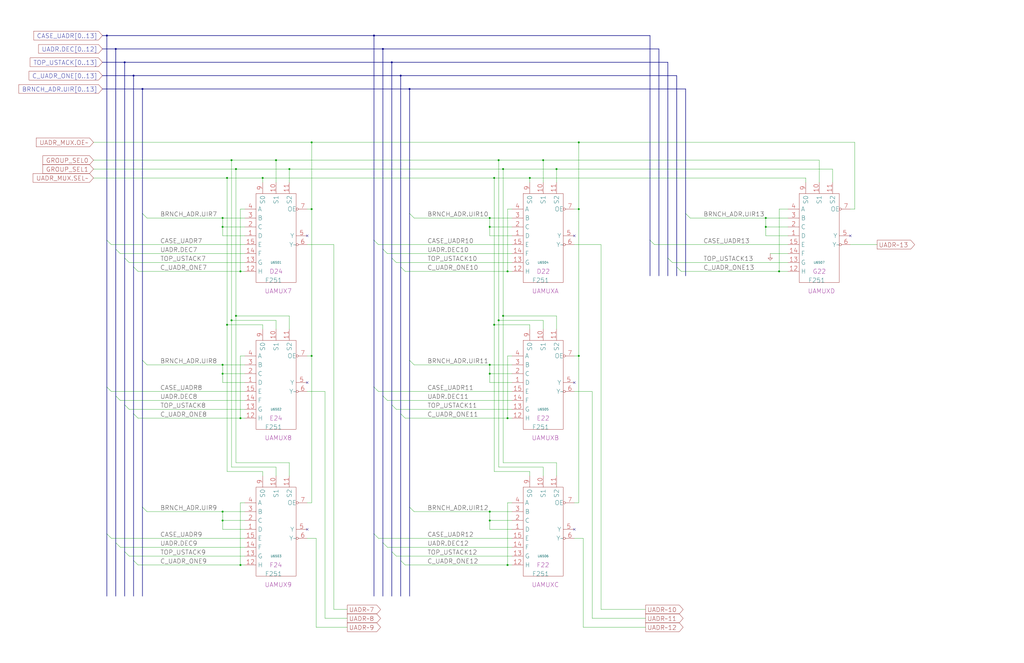
<source format=kicad_sch>
(kicad_sch (version 20211123) (generator eeschema)
  (paper "User" 584.2 378.46)
  (title_block (title "UADR MUX - BITS (7:15)") (date "22-MAY-90") (rev "1.0") (comment 1 "SEQUENCER") (comment 2 "232-003064") (comment 3 "S400") (comment 4 "RELEASED"))
  (lib_symbols
    (symbol "r1000:F251" (pin_names (offset 1.016))
      (property "Reference" "U" (at 2.54 5.08 0))
      (property "Value" "F251" (at -3.81 -5.08 0))
      (property "Location" "___" (at -1.27 0 0))
      (property "Name" "______" (at 3.81 -12.7 0))
      (symbol "F251_1_1"
        (rectangle (start -8.89 44.45) (end 13.97 -6.35))
        (circle (center 14.605 15.24) (radius 0.635))
        (circle (center 14.605 35.56) (radius 0.635))
        (pin input line (at -15.24 20.32 0) (length 6.35) (name "D") (number "1"))
        (pin input line (at 2.54 50.8 270) (length 6.35) (name "S1") (number "10"))
        (pin input line (at 10.16 50.8 270) (length 6.35) (name "S2") (number "11"))
        (pin input line (at -15.24 0 0) (length 6.35) (name "H") (number "12"))
        (pin input line (at -15.24 5.08 0) (length 6.35) (name "G") (number "13"))
        (pin input line (at -15.24 10.16 0) (length 6.35) (name "F") (number "14"))
        (pin input line (at -15.24 15.24 0) (length 6.35) (name "E") (number "15"))
        (pin input line (at -15.24 25.4 0) (length 6.35) (name "C") (number "2"))
        (pin input line (at -15.24 30.48 0) (length 6.35) (name "B") (number "3"))
        (pin input line (at -15.24 35.56 0) (length 6.35) (name "A") (number "4"))
        (pin tri_state line (at 20.32 20.32 180) (length 6.35) (name "Y") (number "5"))
        (pin tri_state line (at 20.32 15.24 180) (length 5.08) (name "Y~") (number "6"))
        (pin input line (at 20.32 35.56 180) (length 5.08) (name "OE") (number "7"))
        (pin input line (at -5.08 50.8 270) (length 6.35) (name "S0") (number "9"))
      )
    )
    (symbol "r1000:PD" (power) (pin_numbers hide) (pin_names hide) (in_bom no)
      (symbol "PD_0_1"
        (polyline (pts (xy 0 -2.54) (xy 1.27 -2.54) (xy 0 -3.81) (xy -1.27 -2.54) (xy 0 -2.54)) (stroke (width 0.1524)))
      )
      (symbol "PD_1_1"
        (pin power_in line (at 0 0 270) (length 2.54) (name "PD") (number "1"))
      )
    )
  )
  (bus (pts (xy 213.36 137.16) (xy 213.36 220.98)))
  (bus (pts (xy 213.36 20.32) (xy 213.36 137.16)))
  (bus (pts (xy 213.36 20.32) (xy 370.84 20.32)))
  (bus (pts (xy 213.36 220.98) (xy 213.36 304.8)))
  (bus (pts (xy 213.36 304.8) (xy 213.36 340.36)))
  (bus (pts (xy 218.44 142.24) (xy 218.44 226.06)))
  (bus (pts (xy 218.44 226.06) (xy 218.44 309.88)))
  (bus (pts (xy 218.44 27.94) (xy 218.44 142.24)))
  (bus (pts (xy 218.44 27.94) (xy 375.92 27.94)))
  (bus (pts (xy 218.44 309.88) (xy 218.44 340.36)))
  (bus (pts (xy 223.52 147.32) (xy 223.52 231.14)))
  (bus (pts (xy 223.52 231.14) (xy 223.52 314.96)))
  (bus (pts (xy 223.52 314.96) (xy 223.52 340.36)))
  (bus (pts (xy 223.52 35.56) (xy 223.52 147.32)))
  (bus (pts (xy 223.52 35.56) (xy 381 35.56)))
  (bus (pts (xy 228.6 152.4) (xy 228.6 236.22)))
  (bus (pts (xy 228.6 236.22) (xy 228.6 320.04)))
  (bus (pts (xy 228.6 320.04) (xy 228.6 340.36)))
  (bus (pts (xy 228.6 43.18) (xy 228.6 152.4)))
  (bus (pts (xy 228.6 43.18) (xy 386.08 43.18)))
  (bus (pts (xy 233.68 121.92) (xy 233.68 205.74)))
  (bus (pts (xy 233.68 205.74) (xy 233.68 289.56)))
  (bus (pts (xy 233.68 289.56) (xy 233.68 340.36)))
  (bus (pts (xy 233.68 50.8) (xy 233.68 121.92)))
  (bus (pts (xy 233.68 50.8) (xy 391.16 50.8)))
  (bus (pts (xy 370.84 137.16) (xy 370.84 157.48)))
  (bus (pts (xy 370.84 20.32) (xy 370.84 137.16)))
  (bus (pts (xy 375.92 27.94) (xy 375.92 157.48)))
  (bus (pts (xy 381 147.32) (xy 381 157.48)))
  (bus (pts (xy 381 35.56) (xy 381 147.32)))
  (bus (pts (xy 386.08 152.4) (xy 386.08 157.48)))
  (bus (pts (xy 386.08 43.18) (xy 386.08 152.4)))
  (bus (pts (xy 391.16 121.92) (xy 391.16 157.48)))
  (bus (pts (xy 391.16 50.8) (xy 391.16 121.92)))
  (bus (pts (xy 58.42 20.32) (xy 60.96 20.32)))
  (bus (pts (xy 58.42 27.94) (xy 66.04 27.94)))
  (bus (pts (xy 58.42 35.56) (xy 71.12 35.56)))
  (bus (pts (xy 58.42 43.18) (xy 76.2 43.18)))
  (bus (pts (xy 58.42 50.8) (xy 81.28 50.8)))
  (bus (pts (xy 60.96 137.16) (xy 60.96 220.98)))
  (bus (pts (xy 60.96 20.32) (xy 213.36 20.32)))
  (bus (pts (xy 60.96 20.32) (xy 60.96 137.16)))
  (bus (pts (xy 60.96 220.98) (xy 60.96 304.8)))
  (bus (pts (xy 60.96 304.8) (xy 60.96 340.36)))
  (bus (pts (xy 66.04 142.24) (xy 66.04 226.06)))
  (bus (pts (xy 66.04 226.06) (xy 66.04 309.88)))
  (bus (pts (xy 66.04 27.94) (xy 218.44 27.94)))
  (bus (pts (xy 66.04 27.94) (xy 66.04 142.24)))
  (bus (pts (xy 66.04 309.88) (xy 66.04 340.36)))
  (bus (pts (xy 71.12 147.32) (xy 71.12 231.14)))
  (bus (pts (xy 71.12 231.14) (xy 71.12 314.96)))
  (bus (pts (xy 71.12 314.96) (xy 71.12 340.36)))
  (bus (pts (xy 71.12 35.56) (xy 223.52 35.56)))
  (bus (pts (xy 71.12 35.56) (xy 71.12 147.32)))
  (bus (pts (xy 76.2 152.4) (xy 76.2 236.22)))
  (bus (pts (xy 76.2 236.22) (xy 76.2 320.04)))
  (bus (pts (xy 76.2 320.04) (xy 76.2 340.36)))
  (bus (pts (xy 76.2 43.18) (xy 228.6 43.18)))
  (bus (pts (xy 76.2 43.18) (xy 76.2 152.4)))
  (bus (pts (xy 81.28 121.92) (xy 81.28 205.74)))
  (bus (pts (xy 81.28 205.74) (xy 81.28 289.56)))
  (bus (pts (xy 81.28 289.56) (xy 81.28 340.36)))
  (bus (pts (xy 81.28 50.8) (xy 233.68 50.8)))
  (bus (pts (xy 81.28 50.8) (xy 81.28 121.92)))
  (wire (pts (xy 127 124.46) (xy 127 129.54)))
  (wire (pts (xy 127 129.54) (xy 127 134.62)))
  (wire (pts (xy 127 129.54) (xy 139.7 129.54)))
  (wire (pts (xy 127 134.62) (xy 139.7 134.62)))
  (wire (pts (xy 127 208.28) (xy 127 213.36)))
  (wire (pts (xy 127 213.36) (xy 127 218.44)))
  (wire (pts (xy 127 213.36) (xy 139.7 213.36)))
  (wire (pts (xy 127 218.44) (xy 139.7 218.44)))
  (wire (pts (xy 127 292.1) (xy 127 297.18)))
  (wire (pts (xy 127 297.18) (xy 127 302.26)))
  (wire (pts (xy 127 297.18) (xy 139.7 297.18)))
  (wire (pts (xy 127 302.26) (xy 139.7 302.26)))
  (wire (pts (xy 129.54 101.6) (xy 149.86 101.6)))
  (wire (pts (xy 129.54 185.42) (xy 129.54 101.6)))
  (wire (pts (xy 129.54 185.42) (xy 149.86 185.42)))
  (wire (pts (xy 129.54 269.24) (xy 129.54 185.42)))
  (wire (pts (xy 132.08 182.88) (xy 132.08 91.44)))
  (wire (pts (xy 132.08 182.88) (xy 157.48 182.88)))
  (wire (pts (xy 132.08 266.7) (xy 132.08 182.88)))
  (wire (pts (xy 132.08 91.44) (xy 157.48 91.44)))
  (wire (pts (xy 134.62 180.34) (xy 134.62 96.52)))
  (wire (pts (xy 134.62 180.34) (xy 165.1 180.34)))
  (wire (pts (xy 134.62 264.16) (xy 134.62 180.34)))
  (wire (pts (xy 134.62 96.52) (xy 165.1 96.52)))
  (wire (pts (xy 137.16 119.38) (xy 137.16 154.94)))
  (wire (pts (xy 137.16 154.94) (xy 139.7 154.94)))
  (wire (pts (xy 137.16 203.2) (xy 137.16 238.76)))
  (wire (pts (xy 137.16 238.76) (xy 139.7 238.76)))
  (wire (pts (xy 137.16 287.02) (xy 137.16 322.58)))
  (wire (pts (xy 137.16 322.58) (xy 139.7 322.58)))
  (wire (pts (xy 139.7 119.38) (xy 137.16 119.38)))
  (wire (pts (xy 139.7 124.46) (xy 127 124.46)))
  (wire (pts (xy 139.7 203.2) (xy 137.16 203.2)))
  (wire (pts (xy 139.7 208.28) (xy 127 208.28)))
  (wire (pts (xy 139.7 287.02) (xy 137.16 287.02)))
  (wire (pts (xy 139.7 292.1) (xy 127 292.1)))
  (wire (pts (xy 149.86 101.6) (xy 149.86 104.14)))
  (wire (pts (xy 149.86 101.6) (xy 281.94 101.6)))
  (wire (pts (xy 149.86 187.96) (xy 149.86 185.42)))
  (wire (pts (xy 149.86 269.24) (xy 129.54 269.24)))
  (wire (pts (xy 149.86 271.78) (xy 149.86 269.24)))
  (wire (pts (xy 157.48 187.96) (xy 157.48 182.88)))
  (wire (pts (xy 157.48 266.7) (xy 132.08 266.7)))
  (wire (pts (xy 157.48 271.78) (xy 157.48 266.7)))
  (wire (pts (xy 157.48 91.44) (xy 157.48 104.14)))
  (wire (pts (xy 157.48 91.44) (xy 284.48 91.44)))
  (wire (pts (xy 165.1 187.96) (xy 165.1 180.34)))
  (wire (pts (xy 165.1 264.16) (xy 134.62 264.16)))
  (wire (pts (xy 165.1 271.78) (xy 165.1 264.16)))
  (wire (pts (xy 165.1 96.52) (xy 165.1 104.14)))
  (wire (pts (xy 165.1 96.52) (xy 287.02 96.52)))
  (wire (pts (xy 175.26 119.38) (xy 177.8 119.38)))
  (wire (pts (xy 175.26 139.7) (xy 190.5 139.7)))
  (wire (pts (xy 175.26 203.2) (xy 177.8 203.2)))
  (wire (pts (xy 175.26 223.52) (xy 185.42 223.52)))
  (wire (pts (xy 175.26 287.02) (xy 177.8 287.02)))
  (wire (pts (xy 175.26 307.34) (xy 180.34 307.34)))
  (wire (pts (xy 177.8 203.2) (xy 177.8 119.38)))
  (wire (pts (xy 177.8 287.02) (xy 177.8 203.2)))
  (wire (pts (xy 177.8 81.28) (xy 177.8 119.38)))
  (wire (pts (xy 180.34 307.34) (xy 180.34 358.14)))
  (wire (pts (xy 180.34 358.14) (xy 198.12 358.14)))
  (wire (pts (xy 185.42 223.52) (xy 185.42 353.06)))
  (wire (pts (xy 185.42 353.06) (xy 198.12 353.06)))
  (wire (pts (xy 190.5 139.7) (xy 190.5 347.98)))
  (wire (pts (xy 190.5 347.98) (xy 198.12 347.98)))
  (wire (pts (xy 215.9 139.7) (xy 292.1 139.7)))
  (wire (pts (xy 215.9 223.52) (xy 292.1 223.52)))
  (wire (pts (xy 215.9 307.34) (xy 292.1 307.34)))
  (wire (pts (xy 220.98 144.78) (xy 292.1 144.78)))
  (wire (pts (xy 220.98 228.6) (xy 292.1 228.6)))
  (wire (pts (xy 220.98 312.42) (xy 292.1 312.42)))
  (wire (pts (xy 226.06 149.86) (xy 292.1 149.86)))
  (wire (pts (xy 226.06 233.68) (xy 292.1 233.68)))
  (wire (pts (xy 226.06 317.5) (xy 292.1 317.5)))
  (wire (pts (xy 231.14 154.94) (xy 289.56 154.94)))
  (wire (pts (xy 231.14 238.76) (xy 289.56 238.76)))
  (wire (pts (xy 231.14 322.58) (xy 289.56 322.58)))
  (wire (pts (xy 236.22 124.46) (xy 279.4 124.46)))
  (wire (pts (xy 236.22 208.28) (xy 279.4 208.28)))
  (wire (pts (xy 236.22 292.1) (xy 279.4 292.1)))
  (wire (pts (xy 279.4 124.46) (xy 279.4 129.54)))
  (wire (pts (xy 279.4 129.54) (xy 279.4 134.62)))
  (wire (pts (xy 279.4 129.54) (xy 292.1 129.54)))
  (wire (pts (xy 279.4 134.62) (xy 292.1 134.62)))
  (wire (pts (xy 279.4 208.28) (xy 279.4 213.36)))
  (wire (pts (xy 279.4 213.36) (xy 279.4 218.44)))
  (wire (pts (xy 279.4 213.36) (xy 292.1 213.36)))
  (wire (pts (xy 279.4 218.44) (xy 292.1 218.44)))
  (wire (pts (xy 279.4 292.1) (xy 279.4 297.18)))
  (wire (pts (xy 279.4 297.18) (xy 279.4 302.26)))
  (wire (pts (xy 279.4 297.18) (xy 292.1 297.18)))
  (wire (pts (xy 279.4 302.26) (xy 292.1 302.26)))
  (wire (pts (xy 281.94 101.6) (xy 281.94 185.42)))
  (wire (pts (xy 281.94 101.6) (xy 302.26 101.6)))
  (wire (pts (xy 281.94 185.42) (xy 281.94 269.24)))
  (wire (pts (xy 281.94 185.42) (xy 302.26 185.42)))
  (wire (pts (xy 284.48 182.88) (xy 284.48 266.7)))
  (wire (pts (xy 284.48 182.88) (xy 309.88 182.88)))
  (wire (pts (xy 284.48 91.44) (xy 284.48 182.88)))
  (wire (pts (xy 284.48 91.44) (xy 309.88 91.44)))
  (wire (pts (xy 287.02 180.34) (xy 287.02 264.16)))
  (wire (pts (xy 287.02 180.34) (xy 317.5 180.34)))
  (wire (pts (xy 287.02 96.52) (xy 287.02 180.34)))
  (wire (pts (xy 287.02 96.52) (xy 317.5 96.52)))
  (wire (pts (xy 289.56 119.38) (xy 289.56 154.94)))
  (wire (pts (xy 289.56 154.94) (xy 292.1 154.94)))
  (wire (pts (xy 289.56 203.2) (xy 289.56 238.76)))
  (wire (pts (xy 289.56 238.76) (xy 292.1 238.76)))
  (wire (pts (xy 289.56 287.02) (xy 289.56 322.58)))
  (wire (pts (xy 289.56 322.58) (xy 292.1 322.58)))
  (wire (pts (xy 292.1 119.38) (xy 289.56 119.38)))
  (wire (pts (xy 292.1 124.46) (xy 279.4 124.46)))
  (wire (pts (xy 292.1 203.2) (xy 289.56 203.2)))
  (wire (pts (xy 292.1 208.28) (xy 279.4 208.28)))
  (wire (pts (xy 292.1 287.02) (xy 289.56 287.02)))
  (wire (pts (xy 292.1 292.1) (xy 279.4 292.1)))
  (wire (pts (xy 302.26 101.6) (xy 302.26 104.14)))
  (wire (pts (xy 302.26 101.6) (xy 459.74 101.6)))
  (wire (pts (xy 302.26 187.96) (xy 302.26 185.42)))
  (wire (pts (xy 302.26 269.24) (xy 281.94 269.24)))
  (wire (pts (xy 302.26 271.78) (xy 302.26 269.24)))
  (wire (pts (xy 309.88 187.96) (xy 309.88 182.88)))
  (wire (pts (xy 309.88 266.7) (xy 284.48 266.7)))
  (wire (pts (xy 309.88 271.78) (xy 309.88 266.7)))
  (wire (pts (xy 309.88 91.44) (xy 309.88 104.14)))
  (wire (pts (xy 309.88 91.44) (xy 467.36 91.44)))
  (wire (pts (xy 317.5 187.96) (xy 317.5 180.34)))
  (wire (pts (xy 317.5 264.16) (xy 287.02 264.16)))
  (wire (pts (xy 317.5 271.78) (xy 317.5 264.16)))
  (wire (pts (xy 317.5 96.52) (xy 317.5 104.14)))
  (wire (pts (xy 317.5 96.52) (xy 474.98 96.52)))
  (wire (pts (xy 327.66 119.38) (xy 330.2 119.38)))
  (wire (pts (xy 327.66 139.7) (xy 342.9 139.7)))
  (wire (pts (xy 327.66 203.2) (xy 330.2 203.2)))
  (wire (pts (xy 327.66 223.52) (xy 337.82 223.52)))
  (wire (pts (xy 327.66 287.02) (xy 330.2 287.02)))
  (wire (pts (xy 327.66 307.34) (xy 332.74 307.34)))
  (wire (pts (xy 330.2 119.38) (xy 330.2 81.28)))
  (wire (pts (xy 330.2 203.2) (xy 330.2 119.38)))
  (wire (pts (xy 330.2 287.02) (xy 330.2 203.2)))
  (wire (pts (xy 330.2 81.28) (xy 177.8 81.28)))
  (wire (pts (xy 330.2 81.28) (xy 487.68 81.28)))
  (wire (pts (xy 332.74 307.34) (xy 332.74 358.14)))
  (wire (pts (xy 332.74 358.14) (xy 368.3 358.14)))
  (wire (pts (xy 337.82 223.52) (xy 337.82 353.06)))
  (wire (pts (xy 337.82 353.06) (xy 368.3 353.06)))
  (wire (pts (xy 342.9 139.7) (xy 342.9 347.98)))
  (wire (pts (xy 342.9 347.98) (xy 368.3 347.98)))
  (wire (pts (xy 373.38 139.7) (xy 449.58 139.7)))
  (wire (pts (xy 383.54 149.86) (xy 449.58 149.86)))
  (wire (pts (xy 388.62 154.94) (xy 444.5 154.94)))
  (wire (pts (xy 393.7 124.46) (xy 436.88 124.46)))
  (wire (pts (xy 436.88 124.46) (xy 436.88 129.54)))
  (wire (pts (xy 436.88 129.54) (xy 436.88 134.62)))
  (wire (pts (xy 436.88 129.54) (xy 449.58 129.54)))
  (wire (pts (xy 436.88 134.62) (xy 449.58 134.62)))
  (wire (pts (xy 439.42 144.78) (xy 449.58 144.78)))
  (wire (pts (xy 444.5 119.38) (xy 444.5 154.94)))
  (wire (pts (xy 444.5 154.94) (xy 449.58 154.94)))
  (wire (pts (xy 449.58 119.38) (xy 444.5 119.38)))
  (wire (pts (xy 449.58 124.46) (xy 436.88 124.46)))
  (wire (pts (xy 459.74 101.6) (xy 459.74 104.14)))
  (wire (pts (xy 467.36 91.44) (xy 467.36 104.14)))
  (wire (pts (xy 474.98 96.52) (xy 474.98 104.14)))
  (wire (pts (xy 485.14 119.38) (xy 487.68 119.38)))
  (wire (pts (xy 485.14 139.7) (xy 500.38 139.7)))
  (wire (pts (xy 487.68 119.38) (xy 487.68 81.28)))
  (wire (pts (xy 53.34 101.6) (xy 129.54 101.6)))
  (wire (pts (xy 53.34 81.28) (xy 177.8 81.28)))
  (wire (pts (xy 53.34 91.44) (xy 132.08 91.44)))
  (wire (pts (xy 53.34 96.52) (xy 134.62 96.52)))
  (wire (pts (xy 63.5 139.7) (xy 139.7 139.7)))
  (wire (pts (xy 63.5 223.52) (xy 139.7 223.52)))
  (wire (pts (xy 63.5 307.34) (xy 139.7 307.34)))
  (wire (pts (xy 68.58 144.78) (xy 139.7 144.78)))
  (wire (pts (xy 68.58 228.6) (xy 139.7 228.6)))
  (wire (pts (xy 68.58 312.42) (xy 139.7 312.42)))
  (wire (pts (xy 73.66 149.86) (xy 139.7 149.86)))
  (wire (pts (xy 73.66 233.68) (xy 139.7 233.68)))
  (wire (pts (xy 73.66 317.5) (xy 139.7 317.5)))
  (wire (pts (xy 78.74 154.94) (xy 137.16 154.94)))
  (wire (pts (xy 78.74 238.76) (xy 137.16 238.76)))
  (wire (pts (xy 78.74 322.58) (xy 137.16 322.58)))
  (wire (pts (xy 83.82 124.46) (xy 127 124.46)))
  (wire (pts (xy 83.82 208.28) (xy 127 208.28)))
  (wire (pts (xy 83.82 292.1) (xy 127 292.1)))
  (global_label "UADR_MUX.OE~" (shape input) (at 53.34 81.28 180) (effects (font (size 2.54 2.54))) (property "Intersheet References" "${INTERSHEET_REFS}" (at 20.695 81.1213 0) (effects (font (size 2.54 2.54)) (justify right))))
  (global_label "GROUP_SEL0" (shape input) (at 53.34 91.44 180) (effects (font (size 2.54 2.54))) (property "Intersheet References" "${INTERSHEET_REFS}" (at 24.4445 91.2813 0) (effects (font (size 2.54 2.54)) (justify right))))
  (global_label "GROUP_SEL1" (shape input) (at 53.34 96.52 180) (effects (font (size 2.54 2.54))) (property "Intersheet References" "${INTERSHEET_REFS}" (at 24.4445 96.3613 0) (effects (font (size 2.54 2.54)) (justify right))))
  (global_label "UADR_MUX.SEL~" (shape input) (at 53.34 101.6 180) (effects (font (size 2.54 2.54))) (property "Intersheet References" "${INTERSHEET_REFS}" (at 18.8807 101.4413 0) (effects (font (size 2.54 2.54)) (justify right))))
  (global_label "CASE_UADR[0..13]" (shape input) (at 58.42 20.32 180) (effects (font (size 2.54 2.54))) (property "Intersheet References" "${INTERSHEET_REFS}" (at 19.2435 20.1613 0) (effects (font (size 2.54 2.54)) (justify right))))
  (global_label "UADR.DEC[0..12]" (shape input) (at 58.42 27.94 180) (effects (font (size 2.54 2.54))) (property "Intersheet References" "${INTERSHEET_REFS}" (at 22.0254 27.7813 0) (effects (font (size 2.54 2.54)) (justify right))))
  (global_label "TOP_USTACK[0..13]" (shape input) (at 58.42 35.56 180) (effects (font (size 2.54 2.54))) (property "Intersheet References" "${INTERSHEET_REFS}" (at 17.1873 35.4013 0) (effects (font (size 2.54 2.54)) (justify right))))
  (global_label "C_UADR_ONE[0..13]" (shape input) (at 58.42 43.18 180) (effects (font (size 2.54 2.54))) (property "Intersheet References" "${INTERSHEET_REFS}" (at 16.5826 43.0213 0) (effects (font (size 2.54 2.54)) (justify right))))
  (global_label "BRNCH_ADR.UIR[0..13]" (shape input) (at 58.42 50.8 180) (effects (font (size 2.54 2.54))) (property "Intersheet References" "${INTERSHEET_REFS}" (at 10.7769 50.6413 0) (effects (font (size 2.54 2.54)) (justify right))))
  (junction (at 60.96 20.32))
  (bus_entry (at 60.96 137.16) (size 2.54 2.54))
  (bus_entry (at 60.96 220.98) (size 2.54 2.54))
  (bus_entry (at 60.96 304.8) (size 2.54 2.54))
  (junction (at 66.04 27.94))
  (bus_entry (at 66.04 142.24) (size 2.54 2.54))
  (bus_entry (at 66.04 226.06) (size 2.54 2.54))
  (bus_entry (at 66.04 309.88) (size 2.54 2.54))
  (junction (at 71.12 35.56))
  (bus_entry (at 71.12 147.32) (size 2.54 2.54))
  (bus_entry (at 71.12 231.14) (size 2.54 2.54))
  (bus_entry (at 71.12 314.96) (size 2.54 2.54))
  (junction (at 76.2 43.18))
  (bus_entry (at 76.2 152.4) (size 2.54 2.54))
  (bus_entry (at 76.2 236.22) (size 2.54 2.54))
  (bus_entry (at 76.2 320.04) (size 2.54 2.54))
  (junction (at 81.28 50.8))
  (bus_entry (at 81.28 121.92) (size 2.54 2.54))
  (bus_entry (at 81.28 205.74) (size 2.54 2.54))
  (bus_entry (at 81.28 289.56) (size 2.54 2.54))
  (label "BRNCH_ADR.UIR7" (at 91.44 124.46 0) (effects (font (size 2.54 2.54))))
  (label "CASE_UADR7" (at 91.44 139.7 0) (effects (font (size 2.54 2.54))))
  (label "UADR.DEC7" (at 91.44 144.78 0) (effects (font (size 2.54 2.54))))
  (label "TOP_USTACK7" (at 91.44 149.86 0) (effects (font (size 2.54 2.54))))
  (label "C_UADR_ONE7" (at 91.44 154.94 0) (effects (font (size 2.54 2.54))))
  (label "BRNCH_ADR.UIR8" (at 91.44 208.28 0) (effects (font (size 2.54 2.54))))
  (label "CASE_UADR8" (at 91.44 223.52 0) (effects (font (size 2.54 2.54))))
  (label "UADR.DEC8" (at 91.44 228.6 0) (effects (font (size 2.54 2.54))))
  (label "TOP_USTACK8" (at 91.44 233.68 0) (effects (font (size 2.54 2.54))))
  (label "C_UADR_ONE8" (at 91.44 238.76 0) (effects (font (size 2.54 2.54))))
  (label "BRNCH_ADR.UIR9" (at 91.44 292.1 0) (effects (font (size 2.54 2.54))))
  (label "CASE_UADR9" (at 91.44 307.34 0) (effects (font (size 2.54 2.54))))
  (label "UADR.DEC9" (at 91.44 312.42 0) (effects (font (size 2.54 2.54))))
  (label "TOP_USTACK9" (at 91.44 317.5 0) (effects (font (size 2.54 2.54))))
  (label "C_UADR_ONE9" (at 91.44 322.58 0) (effects (font (size 2.54 2.54))))
  (junction (at 127 124.46))
  (junction (at 127 129.54))
  (junction (at 127 208.28))
  (junction (at 127 213.36))
  (junction (at 127 292.1))
  (junction (at 127 297.18))
  (junction (at 129.54 101.6))
  (junction (at 129.54 185.42))
  (junction (at 132.08 91.44))
  (junction (at 132.08 182.88))
  (junction (at 134.62 96.52))
  (junction (at 134.62 180.34))
  (junction (at 137.16 154.94))
  (junction (at 137.16 238.76))
  (junction (at 137.16 322.58))
  (junction (at 149.86 101.6))
  (symbol (lib_id "r1000:F251") (at 154.94 154.94 0) (unit 1)
    (property "Reference" "U6501" (at 157.48 149.86 0))
    (property "Value" "F251" (at 151.13 160.02 0) (effects (font (size 2.54 2.54)) (justify left)))
    (property "Location" "D24" (at 153.67 154.94 0) (effects (font (size 2.54 2.54)) (justify left)))
    (property "Name" "UAMUX7" (at 158.75 167.64 0) (effects (font (size 2.54 2.54)) (justify bottom)))
  )
  (symbol (lib_id "r1000:F251") (at 154.94 238.76 0) (unit 1)
    (property "Reference" "U6502" (at 157.48 233.68 0))
    (property "Value" "F251" (at 151.13 243.84 0) (effects (font (size 2.54 2.54)) (justify left)))
    (property "Location" "E24" (at 153.67 238.76 0) (effects (font (size 2.54 2.54)) (justify left)))
    (property "Name" "UAMUX8" (at 158.75 251.46 0) (effects (font (size 2.54 2.54)) (justify bottom)))
  )
  (symbol (lib_id "r1000:F251") (at 154.94 322.58 0) (unit 1)
    (property "Reference" "U6503" (at 157.48 317.5 0))
    (property "Value" "F251" (at 151.13 327.66 0) (effects (font (size 2.54 2.54)) (justify left)))
    (property "Location" "F24" (at 153.67 322.58 0) (effects (font (size 2.54 2.54)) (justify left)))
    (property "Name" "UAMUX9" (at 158.75 335.28 0) (effects (font (size 2.54 2.54)) (justify bottom)))
  )
  (junction (at 157.48 91.44))
  (junction (at 165.1 96.52))
  (no_connect (at 175.26 134.62))
  (no_connect (at 175.26 218.44))
  (no_connect (at 175.26 302.26))
  (junction (at 177.8 81.28))
  (junction (at 177.8 119.38))
  (junction (at 177.8 203.2))
  (global_label "UADR~7" (shape output) (at 198.12 347.98 0) (effects (font (size 2.54 2.54))) (property "Intersheet References" "${INTERSHEET_REFS}" (at 217.0974 347.8213 0) (effects (font (size 2.54 2.54)) (justify left))))
  (global_label "UADR~8" (shape output) (at 198.12 353.06 0) (effects (font (size 2.54 2.54))) (property "Intersheet References" "${INTERSHEET_REFS}" (at 217.0974 352.9013 0) (effects (font (size 2.54 2.54)) (justify left))))
  (global_label "UADR~9" (shape output) (at 198.12 358.14 0) (effects (font (size 2.54 2.54))) (property "Intersheet References" "${INTERSHEET_REFS}" (at 217.0974 357.9813 0) (effects (font (size 2.54 2.54)) (justify left))))
  (junction (at 213.36 20.32))
  (bus_entry (at 213.36 137.16) (size 2.54 2.54))
  (bus_entry (at 213.36 220.98) (size 2.54 2.54))
  (bus_entry (at 213.36 304.8) (size 2.54 2.54))
  (junction (at 218.44 27.94))
  (bus_entry (at 218.44 142.24) (size 2.54 2.54))
  (bus_entry (at 218.44 226.06) (size 2.54 2.54))
  (bus_entry (at 218.44 309.88) (size 2.54 2.54))
  (junction (at 223.52 35.56))
  (bus_entry (at 223.52 147.32) (size 2.54 2.54))
  (bus_entry (at 223.52 231.14) (size 2.54 2.54))
  (bus_entry (at 223.52 314.96) (size 2.54 2.54))
  (junction (at 228.6 43.18))
  (bus_entry (at 228.6 152.4) (size 2.54 2.54))
  (bus_entry (at 228.6 236.22) (size 2.54 2.54))
  (bus_entry (at 228.6 320.04) (size 2.54 2.54))
  (junction (at 233.68 50.8))
  (bus_entry (at 233.68 121.92) (size 2.54 2.54))
  (bus_entry (at 233.68 205.74) (size 2.54 2.54))
  (bus_entry (at 233.68 289.56) (size 2.54 2.54))
  (label "BRNCH_ADR.UIR10" (at 243.84 124.46 0) (effects (font (size 2.54 2.54))))
  (label "CASE_UADR10" (at 243.84 139.7 0) (effects (font (size 2.54 2.54))))
  (label "UADR.DEC10" (at 243.84 144.78 0) (effects (font (size 2.54 2.54))))
  (label "TOP_USTACK10" (at 243.84 149.86 0) (effects (font (size 2.54 2.54))))
  (label "C_UADR_ONE10" (at 243.84 154.94 0) (effects (font (size 2.54 2.54))))
  (label "BRNCH_ADR.UIR11" (at 243.84 208.28 0) (effects (font (size 2.54 2.54))))
  (label "CASE_UADR11" (at 243.84 223.52 0) (effects (font (size 2.54 2.54))))
  (label "UADR.DEC11" (at 243.84 228.6 0) (effects (font (size 2.54 2.54))))
  (label "TOP_USTACK11" (at 243.84 233.68 0) (effects (font (size 2.54 2.54))))
  (label "C_UADR_ONE11" (at 243.84 238.76 0) (effects (font (size 2.54 2.54))))
  (label "BRNCH_ADR.UIR12" (at 243.84 292.1 0) (effects (font (size 2.54 2.54))))
  (label "CASE_UADR12" (at 243.84 307.34 0) (effects (font (size 2.54 2.54))))
  (label "UADR.DEC12" (at 243.84 312.42 0) (effects (font (size 2.54 2.54))))
  (label "TOP_USTACK12" (at 243.84 317.5 0) (effects (font (size 2.54 2.54))))
  (label "C_UADR_ONE12" (at 243.84 322.58 0) (effects (font (size 2.54 2.54))))
  (junction (at 279.4 124.46))
  (junction (at 279.4 129.54))
  (junction (at 279.4 208.28))
  (junction (at 279.4 213.36))
  (junction (at 279.4 292.1))
  (junction (at 279.4 297.18))
  (junction (at 281.94 101.6))
  (junction (at 281.94 185.42))
  (junction (at 284.48 91.44))
  (junction (at 284.48 182.88))
  (junction (at 287.02 96.52))
  (junction (at 287.02 180.34))
  (junction (at 289.56 154.94))
  (junction (at 289.56 238.76))
  (junction (at 289.56 322.58))
  (junction (at 302.26 101.6))
  (symbol (lib_id "r1000:F251") (at 307.34 154.94 0) (unit 1)
    (property "Reference" "U6504" (at 309.88 149.86 0))
    (property "Value" "F251" (at 303.53 160.02 0) (effects (font (size 2.54 2.54)) (justify left)))
    (property "Location" "D22" (at 306.07 154.94 0) (effects (font (size 2.54 2.54)) (justify left)))
    (property "Name" "UAMUXA" (at 311.15 167.64 0) (effects (font (size 2.54 2.54)) (justify bottom)))
  )
  (symbol (lib_id "r1000:F251") (at 307.34 238.76 0) (unit 1)
    (property "Reference" "U6505" (at 309.88 233.68 0))
    (property "Value" "F251" (at 303.53 243.84 0) (effects (font (size 2.54 2.54)) (justify left)))
    (property "Location" "E22" (at 306.07 238.76 0) (effects (font (size 2.54 2.54)) (justify left)))
    (property "Name" "UAMUXB" (at 311.15 251.46 0) (effects (font (size 2.54 2.54)) (justify bottom)))
  )
  (symbol (lib_id "r1000:F251") (at 307.34 322.58 0) (unit 1)
    (property "Reference" "U6506" (at 309.88 317.5 0))
    (property "Value" "F251" (at 303.53 327.66 0) (effects (font (size 2.54 2.54)) (justify left)))
    (property "Location" "F22" (at 306.07 322.58 0) (effects (font (size 2.54 2.54)) (justify left)))
    (property "Name" "UAMUXC" (at 311.15 335.28 0) (effects (font (size 2.54 2.54)) (justify bottom)))
  )
  (junction (at 309.88 91.44))
  (junction (at 317.5 96.52))
  (no_connect (at 327.66 134.62))
  (no_connect (at 327.66 218.44))
  (no_connect (at 327.66 302.26))
  (junction (at 330.2 81.28))
  (junction (at 330.2 119.38))
  (junction (at 330.2 203.2))
  (global_label "UADR~10" (shape output) (at 368.3 347.98 0) (effects (font (size 2.54 2.54))) (property "Intersheet References" "${INTERSHEET_REFS}" (at 389.6965 347.8213 0) (effects (font (size 2.54 2.54)) (justify left))))
  (global_label "UADR~11" (shape output) (at 368.3 353.06 0) (effects (font (size 2.54 2.54))) (property "Intersheet References" "${INTERSHEET_REFS}" (at 389.6965 352.9013 0) (effects (font (size 2.54 2.54)) (justify left))))
  (global_label "UADR~12" (shape output) (at 368.3 358.14 0) (effects (font (size 2.54 2.54))) (property "Intersheet References" "${INTERSHEET_REFS}" (at 389.6965 357.9813 0) (effects (font (size 2.54 2.54)) (justify left))))
  (bus_entry (at 370.84 137.16) (size 2.54 2.54))
  (bus_entry (at 381 147.32) (size 2.54 2.54))
  (bus_entry (at 386.08 152.4) (size 2.54 2.54))
  (bus_entry (at 391.16 121.92) (size 2.54 2.54))
  (label "BRNCH_ADR.UIR13" (at 401.32 124.46 0) (effects (font (size 2.54 2.54))))
  (label "CASE_UADR13" (at 401.32 139.7 0) (effects (font (size 2.54 2.54))))
  (label "TOP_USTACK13" (at 401.32 149.86 0) (effects (font (size 2.54 2.54))))
  (label "C_UADR_ONE13" (at 401.32 154.94 0) (effects (font (size 2.54 2.54))))
  (junction (at 436.88 124.46))
  (junction (at 436.88 129.54))
  (symbol (lib_id "r1000:PD") (at 439.42 144.78 0) (unit 1) (in_bom no)
    (property "Reference" "#PWR06501" (effects hide))
    (property "Value" "PD" (effects hide))
  )
  (junction (at 444.5 154.94))
  (symbol (lib_id "r1000:F251") (at 464.82 154.94 0) (unit 1)
    (property "Reference" "U6507" (at 467.36 149.86 0))
    (property "Value" "F251" (at 461.01 160.02 0) (effects (font (size 2.54 2.54)) (justify left)))
    (property "Location" "G22" (at 463.55 154.94 0) (effects (font (size 2.54 2.54)) (justify left)))
    (property "Name" "UAMUXD" (at 468.63 167.64 0) (effects (font (size 2.54 2.54)) (justify bottom)))
  )
  (no_connect (at 485.14 134.62))
  (global_label "UADR~13" (shape output) (at 500.38 139.7 0) (effects (font (size 2.54 2.54))) (property "Intersheet References" "${INTERSHEET_REFS}" (at 521.7765 139.5413 0) (effects (font (size 2.54 2.54)) (justify left))))
)
</source>
